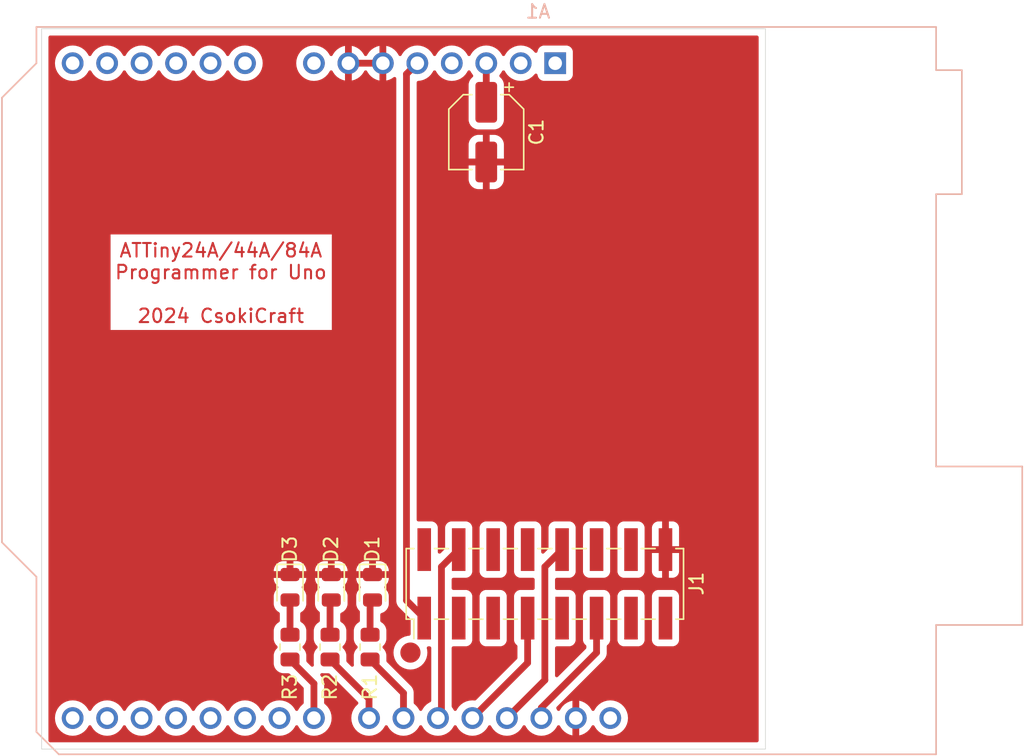
<source format=kicad_pcb>
(kicad_pcb (version 20240108) (generator "pcbnew") (generator_version "8.0")
  (title_block (title "ATTiny84A Programmer for Uno") (date "2024-12-09") (rev "rev1") (company "SEM") (comment 1 "ArduinoISP hat for Tiny84A & SOIC16 clip"))
  (layers (0 "F.Cu" signal) (31 "B.Cu" signal) (34 "B.Paste" user) (35 "F.Paste" user) (36 "B.SilkS" user "B.Silkscreen") (37 "F.SilkS" user "F.Silkscreen") (38 "B.Mask" user) (39 "F.Mask" user) (44 "Edge.Cuts" user))
  (net 0 "")
  (net 4 "tinyRESET")
  (net 7 "Net-(A1-~{RESET})")
  (net 8 "MOSI")
  (net 14 "SCK")
  (net 23 "MISO")
  (net 24 "GND")
  (net 30 "tinyVCC")
  (net 36 "/Heartbeat")
  (net 37 "/Error")
  (net 38 "/Programming")
  (net 39 "Net-(D1-A)")
  (net 40 "Net-(D2-A)")
  (net 41 "Net-(D3-A)")
  (footprint "LED_SMD:LED_0805_2012Metric" (layer "F.Cu") (at 141.748 107.7075 -90)
    (property "Reference" "D3" (at -2.8055 0.016 90) (layer "F.SilkS"))
    (property "Value" "Green")
    (fp_line (start -1.685 0.96) (end 1 0.96) (stroke (width 0.12)) (layer "F.SilkS"))
    (fp_line (start -1.685 -0.96) (end -1.685 0.96) (stroke (width 0.12)) (layer "F.SilkS"))
    (fp_line (start 1 -0.96) (end -1.685 -0.96) (stroke (width 0.12)) (layer "F.SilkS"))
    (pad "1" smd roundrect (at -0.9375 0 270) (size 0.975 1.4) (layers "F.Cu" "F.Paste" "F.Mask") (net 24 "GND"))
    (pad "2" smd roundrect (at 0.9375 0 270) (size 0.975 1.4) (layers "F.Cu" "F.Paste" "F.Mask") (net 41 "Net-(D3-A)"))
  )
  (footprint "Capacitor_SMD:CP_Elec_5x5.8" (layer "F.Cu") (at 156.21 74.168 -90)
    (property "Reference" "C1" (at 0 -3.7 90) (layer "F.SilkS"))
    (property "Value" "C_Polarized")
    (fp_line (start -1.695563 2.76) (end 2.76 2.76) (stroke (width 0.12)) (layer "F.SilkS"))
    (fp_line (start 2.76 2.76) (end 2.76 1.06) (stroke (width 0.12)) (layer "F.SilkS"))
    (fp_line (start -2.76 1.695563) (end -1.695563 2.76) (stroke (width 0.12)) (layer "F.SilkS"))
    (fp_line (start -2.76 1.695563) (end -2.76 1.06) (stroke (width 0.12)) (layer "F.SilkS"))
    (fp_line (start -3.625 -1.685) (end -3 -1.685) (stroke (width 0.12)) (layer "F.SilkS"))
    (fp_line (start -2.76 -1.695563) (end -2.76 -1.06) (stroke (width 0.12)) (layer "F.SilkS"))
    (fp_line (start -2.76 -1.695563) (end -1.695563 -2.76) (stroke (width 0.12)) (layer "F.SilkS"))
    (fp_line (start -3.3125 -1.9975) (end -3.3125 -1.3725) (stroke (width 0.12)) (layer "F.SilkS"))
    (fp_line (start -1.695563 -2.76) (end 2.76 -2.76) (stroke (width 0.12)) (layer "F.SilkS"))
    (fp_line (start 2.76 -2.76) (end 2.76 -1.06) (stroke (width 0.12)) (layer "F.SilkS"))
    (pad "1" smd roundrect (at -2.2 0 270) (size 3 1.6) (layers "F.Cu" "F.Paste" "F.Mask") (roundrect_rratio 0.15625) (net 7 "Net-(A1-~{RESET})"))
    (pad "2" smd roundrect (at 2.2 0 270) (size 3 1.6) (layers "F.Cu" "F.Paste" "F.Mask") (roundrect_rratio 0.15625) (net 24 "GND"))
  )
  (footprint "Connector_PinHeader_2.54mm:PinHeader_2x08_P2.54mm_Vertical_SMD" (layer "F.Cu") (at 160.528 107.457 90)
    (property "Reference" "J1" (at 0.015 11.176 90) (layer "F.SilkS"))
    (property "Value" "SOIC16_clip")
    (fp_line (start 2.6 -10.22) (end 2.6 -9.65) (stroke (width 0.12)) (layer "F.SilkS"))
    (fp_line (start -2.6 -10.22) (end 2.6 -10.22) (stroke (width 0.12)) (layer "F.SilkS"))
    (fp_line (start -2.6 -10.22) (end -2.6 -9.65) (stroke (width 0.12)) (layer "F.SilkS"))
    (fp_line (start -4.04 -9.65) (end -2.6 -9.65) (stroke (width 0.12)) (layer "F.SilkS"))
    (fp_line (start 2.6 -8.13) (end 2.6 -7.11) (stroke (width 0.12)) (layer "F.SilkS"))
    (fp_line (start -2.6 -8.13) (end -2.6 -7.11) (stroke (width 0.12)) (layer "F.SilkS"))
    (fp_line (start 2.6 -5.59) (end 2.6 -4.57) (stroke (width 0.12)) (layer "F.SilkS"))
    (fp_line (start -2.6 -5.59) (end -2.6 -4.57) (stroke (width 0.12)) (layer "F.SilkS"))
    (fp_line (start 2.6 -3.05) (end 2.6 -2.03) (stroke (width 0.12)) (layer "F.SilkS"))
    (fp_line (start -2.6 -3.05) (end -2.6 -2.03) (stroke (width 0.12)) (layer "F.SilkS"))
    (fp_line (start 2.6 -0.51) (end 2.6 0.51) (stroke (width 0.12)) (layer "F.SilkS"))
    (fp_line (start -2.6 -0.51) (end -2.6 0.51) (stroke (width 0.12)) (layer "F.SilkS"))
    (fp_line (start 2.6 2.03) (end 2.6 3.05) (stroke (width 0.12)) (layer "F.SilkS"))
    (fp_line (start -2.6 2.03) (end -2.6 3.05) (stroke (width 0.12)) (layer "F.SilkS"))
    (fp_line (start 2.6 4.57) (end 2.6 5.59) (stroke (width 0.12)) (layer "F.SilkS"))
    (fp_line (start -2.6 4.57) (end -2.6 5.59) (stroke (width 0.12)) (layer "F.SilkS"))
    (fp_line (start 2.6 7.11) (end 2.6 8.13) (stroke (width 0.12)) (layer "F.SilkS"))
    (fp_line (start -2.6 7.11) (end -2.6 8.13) (stroke (width 0.12)) (layer "F.SilkS"))
    (fp_line (start 2.6 9.65) (end 2.6 10.22) (stroke (width 0.12)) (layer "F.SilkS"))
    (fp_line (start -2.6 9.65) (end -2.6 10.22) (stroke (width 0.12)) (layer "F.SilkS"))
    (fp_line (start -2.6 10.22) (end 2.6 10.22) (stroke (width 0.12)) (layer "F.SilkS"))
    (pad "1" smd rect (at -2.525 -8.89 90) (size 3.15 1) (layers "F.Cu" "F.Paste" "F.Mask") (net 30 "tinyVCC"))
    (pad "2" smd rect (at 2.525 -8.89 90) (size 3.15 1) (layers "F.Cu" "F.Paste" "F.Mask"))
    (pad "3" smd rect (at -2.525 -6.35 90) (size 3.15 1) (layers "F.Cu" "F.Paste" "F.Mask"))
    (pad "4" smd rect (at 2.525 -6.35 90) (size 3.15 1) (layers "F.Cu" "F.Paste" "F.Mask") (net 4 "tinyRESET"))
    (pad "5" smd rect (at -2.525 -3.81 90) (size 3.15 1) (layers "F.Cu" "F.Paste" "F.Mask"))
    (pad "6" smd rect (at 2.525 -3.81 90) (size 3.15 1) (layers "F.Cu" "F.Paste" "F.Mask"))
    (pad "7" smd rect (at -2.525 -1.27 90) (size 3.15 1) (layers "F.Cu" "F.Paste" "F.Mask") (net 8 "MOSI"))
    (pad "8" smd rect (at 2.525 -1.27 90) (size 3.15 1) (layers "F.Cu" "F.Paste" "F.Mask"))
    (pad "9" smd rect (at -2.525 1.27 90) (size 3.15 1) (layers "F.Cu" "F.Paste" "F.Mask"))
    (pad "10" smd rect (at 2.525 1.27 90) (size 3.15 1) (layers "F.Cu" "F.Paste" "F.Mask") (net 23 "MISO"))
    (pad "11" smd rect (at -2.525 3.81 90) (size 3.15 1) (layers "F.Cu" "F.Paste" "F.Mask") (net 14 "SCK"))
    (pad "12" smd rect (at 2.525 3.81 90) (size 3.15 1) (layers "F.Cu" "F.Paste" "F.Mask"))
    (pad "13" smd rect (at -2.525 6.35 90) (size 3.15 1) (layers "F.Cu" "F.Paste" "F.Mask"))
    (pad "14" smd rect (at 2.525 6.35 90) (size 3.15 1) (layers "F.Cu" "F.Paste" "F.Mask"))
    (pad "15" smd rect (at -2.525 8.89 90) (size 3.15 1) (layers "F.Cu" "F.Paste" "F.Mask"))
    (pad "16" smd rect (at 2.525 8.89 90) (size 3.15 1) (layers "F.Cu" "F.Paste" "F.Mask") (net 24 "GND"))
  )
  (footprint "Resistor_SMD:R_0805_2012Metric" (layer "F.Cu") (at 147.648 112.1175 -90)
    (property "Reference" "R1" (at 2.9445 0.016 90) (layer "F.SilkS"))
    (property "Value" "220")
    (fp_line (start -0.227064 0.735) (end 0.227064 0.735) (stroke (width 0.12)) (layer "F.SilkS"))
    (fp_line (start -0.227064 -0.735) (end 0.227064 -0.735) (stroke (width 0.12)) (layer "F.SilkS"))
    (pad "1" smd roundrect (at -0.9125 0 270) (size 1.025 1.4) (layers "F.Cu" "F.Paste" "F.Mask") (roundrect_rratio 0.243902) (net 39 "Net-(D1-A)"))
    (pad "2" smd roundrect (at 0.9125 0 270) (size 1.025 1.4) (layers "F.Cu" "F.Paste" "F.Mask") (roundrect_rratio 0.243902) (net 36 "/Heartbeat"))
  )
  (footprint "Resistor_SMD:R_0805_2012Metric" (layer "F.Cu") (at 144.698 112.1175 -90)
    (property "Reference" "R2" (at 2.9445 0.016 90) (layer "F.SilkS"))
    (property "Value" "220")
    (fp_line (start -0.227064 0.735) (end 0.227064 0.735) (stroke (width 0.12)) (layer "F.SilkS"))
    (fp_line (start -0.227064 -0.735) (end 0.227064 -0.735) (stroke (width 0.12)) (layer "F.SilkS"))
    (pad "1" smd roundrect (at -0.9125 0 270) (size 1.025 1.4) (layers "F.Cu" "F.Paste" "F.Mask") (roundrect_rratio 0.243902) (net 40 "Net-(D2-A)"))
    (pad "2" smd roundrect (at 0.9125 0 270) (size 1.025 1.4) (layers "F.Cu" "F.Paste" "F.Mask") (roundrect_rratio 0.243902) (net 37 "/Error"))
  )
  (footprint "LED_SMD:LED_0805_2012Metric" (layer "F.Cu") (at 147.828 107.7075 -90)
    (property "Reference" "D1" (at -2.8055 0.016 90) (layer "F.SilkS"))
    (property "Value" "Yellow")
    (fp_line (start -1.685 0.96) (end 1 0.96) (stroke (width 0.12)) (layer "F.SilkS"))
    (fp_line (start -1.685 -0.96) (end -1.685 0.96) (stroke (width 0.12)) (layer "F.SilkS"))
    (fp_line (start 1 -0.96) (end -1.685 -0.96) (stroke (width 0.12)) (layer "F.SilkS"))
    (pad "1" smd roundrect (at -0.9375 0 270) (size 0.975 1.4) (layers "F.Cu" "F.Paste" "F.Mask") (net 24 "GND"))
    (pad "2" smd roundrect (at 0.9375 0 270) (size 0.975 1.4) (layers "F.Cu" "F.Paste" "F.Mask") (net 39 "Net-(D1-A)"))
  )
  (footprint "Resistor_SMD:R_0805_2012Metric" (layer "F.Cu") (at 141.748 112.1175 -90)
    (property "Reference" "R3" (at 2.9445 0.016 90) (layer "F.SilkS"))
    (property "Value" "220")
    (fp_line (start -0.227064 0.735) (end 0.227064 0.735) (stroke (width 0.12)) (layer "F.SilkS"))
    (fp_line (start -0.227064 -0.735) (end 0.227064 -0.735) (stroke (width 0.12)) (layer "F.SilkS"))
    (pad "1" smd roundrect (at -0.9125 0 270) (size 1.025 1.4) (layers "F.Cu" "F.Paste" "F.Mask") (roundrect_rratio 0.243902) (net 41 "Net-(D3-A)"))
    (pad "2" smd roundrect (at 0.9125 0 270) (size 1.025 1.4) (layers "F.Cu" "F.Paste" "F.Mask") (roundrect_rratio 0.243902) (net 38 "/Programming"))
  )
  (footprint "LED_SMD:LED_0805_2012Metric" (layer "F.Cu") (at 144.788 107.7075 -90)
    (property "Reference" "D2" (at -2.8055 0.016 90) (layer "F.SilkS"))
    (property "Value" "Red")
    (fp_line (start -1.685 0.96) (end 1 0.96) (stroke (width 0.12)) (layer "F.SilkS"))
    (fp_line (start -1.685 -0.96) (end -1.685 0.96) (stroke (width 0.12)) (layer "F.SilkS"))
    (fp_line (start 1 -0.96) (end -1.685 -0.96) (stroke (width 0.12)) (layer "F.SilkS"))
    (pad "1" smd roundrect (at -0.9375 0 270) (size 0.975 1.4) (layers "F.Cu" "F.Paste" "F.Mask") (net 24 "GND"))
    (pad "2" smd roundrect (at 0.9375 0 270) (size 0.975 1.4) (layers "F.Cu" "F.Paste" "F.Mask") (net 40 "Net-(D2-A)"))
  )
  (footprint "Module:Arduino_UNO_R2" (layer "B.Cu") (at 161.29 69.088 180)
    (property "Reference" "A1" (at 1.27 3.81 360) (layer "B.SilkS") (effects (justify mirror)))
    (property "Value" "Arduino_UNO_R2")
    (fp_line (start 40.77 -2.54) (end 40.77 -35.31) (stroke (width 0.12)) (layer "B.SilkS"))
    (fp_line (start 40.77 -35.31) (end 38.23 -37.85) (stroke (width 0.12)) (layer "B.SilkS"))
    (fp_line (start 38.23 2.67) (end 38.23 0) (stroke (width 0.12)) (layer "B.SilkS"))
    (fp_line (start 38.23 0) (end 40.77 -2.54) (stroke (width 0.12)) (layer "B.SilkS"))
    (fp_line (start 38.23 -37.85) (end 38.23 -49.28) (stroke (width 0.12)) (layer "B.SilkS"))
    (fp_line (start 38.23 -49.28) (end 36.58 -50.93) (stroke (width 0.12)) (layer "B.SilkS"))
    (fp_line (start 36.58 -50.93) (end -28.07 -50.93) (stroke (width 0.12)) (layer "B.SilkS"))
    (fp_line (start -28.07 2.67) (end 38.23 2.67) (stroke (width 0.12)) (layer "B.SilkS"))
    (fp_line (start -28.07 -0.51) (end -28.07 2.67) (stroke (width 0.12)) (layer "B.SilkS"))
    (fp_line (start -28.07 -9.65) (end -29.97 -9.65) (stroke (width 0.12)) (layer "B.SilkS"))
    (fp_line (start -28.07 -29.72) (end -28.07 -9.65) (stroke (width 0.12)) (layer "B.SilkS"))
    (fp_line (start -28.07 -41.4) (end -34.42 -41.4) (stroke (width 0.12)) (layer "B.SilkS"))
    (fp_line (start -28.07 -50.93) (end -28.07 -41.4) (stroke (width 0.12)) (layer "B.SilkS"))
    (fp_line (start -29.97 -0.51) (end -28.07 -0.51) (stroke (width 0.12)) (layer "B.SilkS"))
    (fp_line (start -29.97 -9.65) (end -29.97 -0.51) (stroke (width 0.12)) (layer "B.SilkS"))
    (fp_line (start -34.42 -29.72) (end -28.07 -29.72) (stroke (width 0.12)) (layer "B.SilkS"))
    (fp_line (start -34.42 -41.4) (end -34.42 -29.72) (stroke (width 0.12)) (layer "B.SilkS"))
    (pad "1" thru_hole rect (at 0 0 90) (size 1.6 1.6) (drill 1) (layers "*.Cu" "*.Mask"))
    (pad "2" thru_hole oval (at 2.54 0 90) (size 1.6 1.6) (drill 1) (layers "*.Cu" "*.Mask"))
    (pad "3" thru_hole oval (at 5.08 0 90) (size 1.6 1.6) (drill 1) (layers "*.Cu" "*.Mask") (net 7 "Net-(A1-~{RESET})"))
    (pad "4" thru_hole oval (at 7.62 0 90) (size 1.6 1.6) (drill 1) (layers "*.Cu" "*.Mask"))
    (pad "5" thru_hole oval (at 10.16 0 90) (size 1.6 1.6) (drill 1) (layers "*.Cu" "*.Mask") (net 30 "tinyVCC"))
    (pad "6" thru_hole oval (at 12.7 0 90) (size 1.6 1.6) (drill 1) (layers "*.Cu" "*.Mask") (net 24 "GND"))
    (pad "7" thru_hole oval (at 15.24 0 90) (size 1.6 1.6) (drill 1) (layers "*.Cu" "*.Mask") (net 24 "GND"))
    (pad "8" thru_hole oval (at 17.78 0 90) (size 1.6 1.6) (drill 1) (layers "*.Cu" "*.Mask"))
    (pad "9" thru_hole oval (at 22.86 0 90) (size 1.6 1.6) (drill 1) (layers "*.Cu" "*.Mask"))
    (pad "10" thru_hole oval (at 25.4 0 90) (size 1.6 1.6) (drill 1) (layers "*.Cu" "*.Mask"))
    (pad "11" thru_hole oval (at 27.94 0 90) (size 1.6 1.6) (drill 1) (layers "*.Cu" "*.Mask"))
    (pad "12" thru_hole oval (at 30.48 0 90) (size 1.6 1.6) (drill 1) (layers "*.Cu" "*.Mask"))
    (pad "13" thru_hole oval (at 33.02 0 90) (size 1.6 1.6) (drill 1) (layers "*.Cu" "*.Mask"))
    (pad "14" thru_hole oval (at 35.56 0 90) (size 1.6 1.6) (drill 1) (layers "*.Cu" "*.Mask"))
    (pad "15" thru_hole oval (at 35.56 -48.26 90) (size 1.6 1.6) (drill 1) (layers "*.Cu" "*.Mask"))
    (pad "16" thru_hole oval (at 33.02 -48.26 90) (size 1.6 1.6) (drill 1) (layers "*.Cu" "*.Mask"))
    (pad "17" thru_hole oval (at 30.48 -48.26 90) (size 1.6 1.6) (drill 1) (layers "*.Cu" "*.Mask"))
    (pad "18" thru_hole oval (at 27.94 -48.26 90) (size 1.6 1.6) (drill 1) (layers "*.Cu" "*.Mask"))
    (pad "19" thru_hole oval (at 25.4 -48.26 90) (size 1.6 1.6) (drill 1) (layers "*.Cu" "*.Mask"))
    (pad "20" thru_hole oval (at 22.86 -48.26 90) (size 1.6 1.6) (drill 1) (layers "*.Cu" "*.Mask"))
    (pad "21" thru_hole oval (at 20.32 -48.26 90) (size 1.6 1.6) (drill 1) (layers "*.Cu" "*.Mask"))
    (pad "22" thru_hole oval (at 17.78 -48.26 90) (size 1.6 1.6) (drill 1) (layers "*.Cu" "*.Mask") (net 38 "/Programming"))
    (pad "23" thru_hole oval (at 13.72 -48.26 90) (size 1.6 1.6) (drill 1) (layers "*.Cu" "*.Mask") (net 37 "/Error"))
    (pad "24" thru_hole oval (at 11.18 -48.26 90) (size 1.6 1.6) (drill 1) (layers "*.Cu" "*.Mask") (net 36 "/Heartbeat"))
    (pad "25" thru_hole oval (at 8.64 -48.26 90) (size 1.6 1.6) (drill 1) (layers "*.Cu" "*.Mask") (net 4 "tinyRESET"))
    (pad "26" thru_hole oval (at 6.1 -48.26 90) (size 1.6 1.6) (drill 1) (layers "*.Cu" "*.Mask") (net 8 "MOSI"))
    (pad "27" thru_hole oval (at 3.56 -48.26 90) (size 1.6 1.6) (drill 1) (layers "*.Cu" "*.Mask") (net 23 "MISO"))
    (pad "28" thru_hole oval (at 1.02 -48.26 90) (size 1.6 1.6) (drill 1) (layers "*.Cu" "*.Mask") (net 14 "SCK"))
    (pad "29" thru_hole oval (at -1.52 -48.26 90) (size 1.6 1.6) (drill 1) (layers "*.Cu" "*.Mask") (net 24 "GND"))
    (pad "30" thru_hole oval (at -4.06 -48.26 90) (size 1.6 1.6) (drill 1) (layers "*.Cu" "*.Mask"))
  )
  (gr_circle (center 150.622 112.522) (end 151.34042 112.522) (stroke (width 0.05)) (fill solid) (layer "F.Cu"))
  (gr_rect (start 123.444 66.548) (end 176.784 119.634) (stroke (width 0.05)) (fill none) (layer "Edge.Cuts"))
  (gr_text "ATTiny24A/44A/84A\nProgrammer for Uno\n\n2024 CsokiCraft" (at 136.652 82.296 0) (layer "F.Cu") (effects (font (size 1 1)) (justify top)))
  (segment (start 152.908 106.202) (end 152.908 117.09) (width 0.5) (layer "F.Cu") (net 4))
  (segment (start 154.178 104.932) (end 152.908 106.202) (width 0.5) (layer "F.Cu") (net 4))
  (segment (start 152.908 117.09) (end 152.65 117.348) (width 0.5) (layer "F.Cu") (net 4))
  (segment (start 156.21 69.088) (end 156.21 71.968) (width 0.5) (layer "F.Cu") (net 7))
  (segment (start 159.258 113.28) (end 155.19 117.348) (width 0.5) (layer "F.Cu") (net 8))
  (segment (start 159.258 109.982) (end 159.258 113.28) (width 0.5) (layer "F.Cu") (net 8))
  (segment (start 160.27 116.59) (end 160.27 117.348) (width 0.5) (layer "F.Cu") (net 14))
  (segment (start 164.338 112.522) (end 160.27 116.59) (width 0.5) (layer "F.Cu") (net 14))
  (segment (start 164.338 109.982) (end 164.338 112.522) (width 0.5) (layer "F.Cu") (net 14))
  (segment (start 160.528 106.202) (end 161.798 104.932) (width 0.5) (layer "F.Cu") (net 23))
  (segment (start 157.73 117.348) (end 160.528 114.55) (width 0.5) (layer "F.Cu") (net 23))
  (segment (start 160.528 114.55) (end 160.528 106.202) (width 0.5) (layer "F.Cu") (net 23))
  (segment (start 151.638 109.982) (end 150.330001 108.674001) (width 0.5) (layer "F.Cu") (net 30))
  (segment (start 150.330001 69.887999) (end 151.13 69.088) (width 0.5) (layer "F.Cu") (net 30))
  (segment (start 150.330001 108.674001) (end 150.330001 69.887999) (width 0.5) (layer "F.Cu") (net 30))
  (segment (start 150.11 115.508) (end 147.632 113.03) (width 0.5) (layer "F.Cu") (net 36))
  (segment (start 150.11 117.348) (end 150.11 115.508) (width 0.5) (layer "F.Cu") (net 36))
  (segment (start 147.57 117.348) (end 147.57 115.918) (width 0.5) (layer "F.Cu") (net 37))
  (segment (start 147.57 115.918) (end 144.682 113.03) (width 0.5) (layer "F.Cu") (net 37))
  (segment (start 143.51 117.348) (end 143.51 114.808) (width 0.5) (layer "F.Cu") (net 38))
  (segment (start 143.51 114.808) (end 141.732 113.03) (width 0.5) (layer "F.Cu") (net 38))
  (segment (start 147.648 108.825) (end 147.828 108.645) (width 0.5) (layer "F.Cu") (net 39))
  (segment (start 147.648 111.205) (end 147.648 108.825) (width 0.5) (layer "F.Cu") (net 39))
  (segment (start 144.698 111.205) (end 144.698 108.735) (width 0.5) (layer "F.Cu") (net 40))
  (segment (start 144.698 108.735) (end 144.788 108.645) (width 0.5) (layer "F.Cu") (net 40))
  (segment (start 141.748 111.205) (end 141.748 108.645) (width 0.5) (layer "F.Cu") (net 41))
  (zone (net 24) (net_name "GND") (layer "F.Cu") (connect_pads (clearance 0.5)) (min_thickness 0.25) (fill yes (thermal_gap 0.5) (thermal_bridge_width 0.5))
    (polygon (pts (xy 123.444 66.548) (xy 176.784 66.548) (xy 176.784 119.634) (xy 123.444 119.888)))
  )
)
</source>
